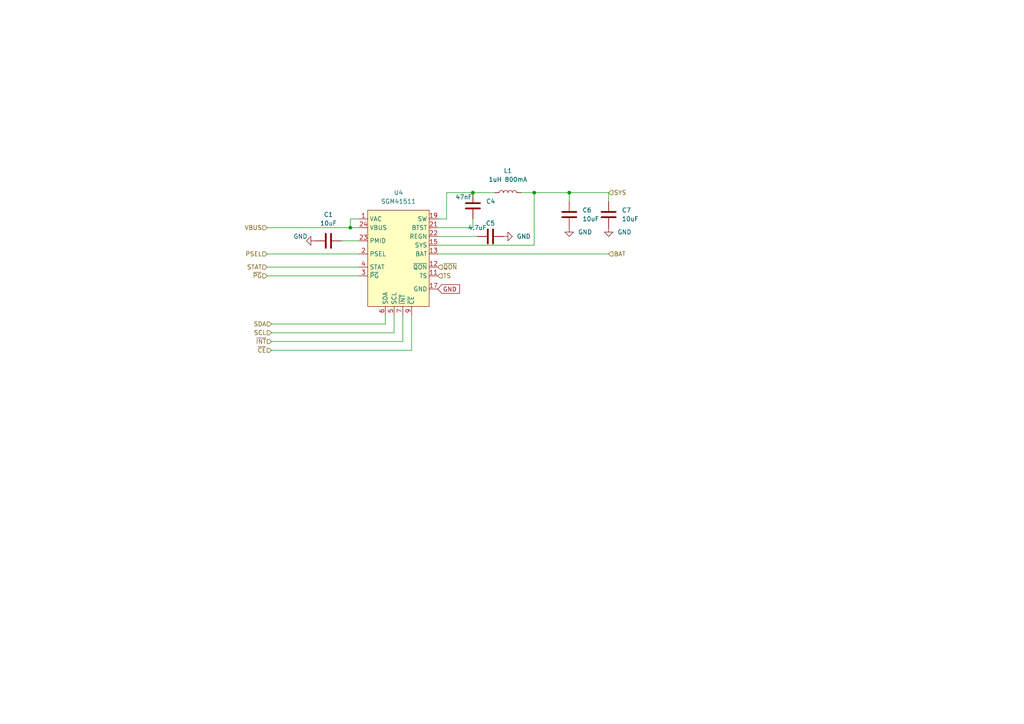
<source format=kicad_sch>
(kicad_sch (version 20230121) (generator eeschema)
  (paper "A4")
  (lib_symbols
    (symbol "Battery_Management:SGM41511"
      (property "Reference" "U" (at 0 17.78 0))
      (property "Value" "SGM41511" (at 0 15.24 0))
      (symbol "SGM41511_0_1"
        (rectangle (start -8.89 13.97) (end 8.89 -13.97) (fill (type background)))
      )
      (symbol "SGM41511_1_1"
        (pin input line (at -11.43 11.43 0) (length 2.54) (name "VAC") (number "1"))
        (pin input line (at 11.43 -5.08 180) (length 2.54) (name "TS") (number "11"))
        (pin input line (at 11.43 -2.54 180) (length 2.54) (name "~{QON}") (number "12"))
        (pin input line (at 11.43 1.27 180) (length 2.54) (name "BAT") (number "13"))
        (pin passive line (at 11.43 1.27 180) (length 2.54) hide (name "BAT") (number "14"))
        (pin input line (at 11.43 3.81 180) (length 2.54) (name "SYS") (number "15"))
        (pin passive line (at 11.43 3.81 180) (length 2.54) hide (name "SYS") (number "16"))
        (pin input line (at 11.43 -8.89 180) (length 2.54) (name "GND") (number "17"))
        (pin passive line (at 11.43 -8.89 180) (length 2.54) hide (name "GND") (number "18"))
        (pin input line (at 11.43 11.43 180) (length 2.54) (name "SW") (number "19"))
        (pin input line (at -11.43 1.27 0) (length 2.54) (name "PSEL") (number "2"))
        (pin passive line (at 11.43 11.43 180) (length 2.54) hide (name "SW") (number "20"))
        (pin input line (at 11.43 8.89 180) (length 2.54) (name "BTST") (number "21"))
        (pin input line (at 11.43 6.35 180) (length 2.54) (name "REGN") (number "22"))
        (pin input line (at -11.43 5.08 0) (length 2.54) (name "PMID") (number "23"))
        (pin power_in line (at -11.43 8.89 0) (length 2.54) (name "VBUS") (number "24"))
        (pin passive line (at 11.43 -8.89 180) (length 2.54) hide (name "GND") (number "25"))
        (pin input line (at -11.43 -5.08 0) (length 2.54) (name "~{PG}") (number "3"))
        (pin input line (at -11.43 -2.54 0) (length 2.54) (name "STAT") (number "4"))
        (pin input line (at -1.27 -16.51 90) (length 2.54) (name "SCL") (number "5"))
        (pin input line (at -3.81 -16.51 90) (length 2.54) (name "SDA") (number "6"))
        (pin input line (at 1.27 -16.51 90) (length 2.54) (name "~{INT}") (number "7"))
        (pin input line (at 3.81 -16.51 90) (length 2.54) (name "~{CE}") (number "9"))
      )
    )
    (symbol "Device:C" (pin_numbers hide) (pin_names (offset 0.254))
      (property "Reference" "C" (at 0.635 2.54 0))
      (property "Value" "C" (at 0.635 -2.54 0))
      (symbol "C_0_1"
        (polyline (pts (xy -2.032 -0.762) (xy 2.032 -0.762)) (stroke (width 0.508)))
        (polyline (pts (xy -2.032 0.762) (xy 2.032 0.762)) (stroke (width 0.508)))
      )
      (symbol "C_1_1"
        (pin passive line (at 0 3.81 270) (length 2.794) (name "~") (number "1"))
        (pin passive line (at 0 -3.81 90) (length 2.794) (name "~") (number "2"))
      )
    )
    (symbol "Device:L" (pin_numbers hide) (pin_names (offset 1.016) hide)
      (property "Reference" "L" (at -1.27 0 90))
      (property "Value" "L" (at 1.905 0 90))
      (symbol "L_0_1"
        (arc (start 0 -2.54) (mid 0.6323 -1.905) (end 0 -1.27))
        (arc (start 0 -1.27) (mid 0.6323 -0.635) (end 0 0))
        (arc (start 0 0) (mid 0.6323 0.635) (end 0 1.27))
        (arc (start 0 1.27) (mid 0.6323 1.905) (end 0 2.54))
      )
      (symbol "L_1_1"
        (pin passive line (at 0 3.81 270) (length 1.27) (name "1") (number "1"))
        (pin passive line (at 0 -3.81 90) (length 1.27) (name "2") (number "2"))
      )
    )
    (symbol "power:GND" (power) (pin_names (offset 0))
      (property "Value" "GND" (at 0 -3.81 0))
      (symbol "GND_0_1"
        (polyline (pts (xy 0 0) (xy 0 -1.27) (xy 1.27 -1.27) (xy 0 -2.54) (xy -1.27 -1.27) (xy 0 -1.27)))
      )
      (symbol "GND_1_1"
        (pin power_in line (at 0 0 270) (length 0) hide (name "GND") (number "1"))
      )
    )
  )
  (junction (at 101.6 66.04))
  (junction (at 154.94 55.88))
  (junction (at 137.16 55.88))
  (junction (at 165.1 55.88))
  (wire (pts (xy 77.47 66.04) (xy 101.6 66.04)))
  (wire (pts (xy 78.74 93.98) (xy 111.76 93.98)))
  (wire (pts (xy 127 71.12) (xy 154.94 71.12)))
  (wire (pts (xy 154.94 55.88) (xy 151.13 55.88)))
  (wire (pts (xy 101.6 63.5) (xy 101.6 66.04)))
  (wire (pts (xy 165.1 58.42) (xy 165.1 55.88)))
  (wire (pts (xy 77.47 80.01) (xy 104.14 80.01)))
  (wire (pts (xy 101.6 66.04) (xy 104.14 66.04)))
  (wire (pts (xy 154.94 71.12) (xy 154.94 55.88)))
  (wire (pts (xy 127 73.66) (xy 176.53 73.66)))
  (wire (pts (xy 176.53 58.42) (xy 176.53 55.88)))
  (wire (pts (xy 116.84 99.06) (xy 116.84 91.44)))
  (wire (pts (xy 137.16 55.88) (xy 143.51 55.88)))
  (wire (pts (xy 129.54 55.88) (xy 137.16 55.88)))
  (wire (pts (xy 137.16 66.04) (xy 137.16 63.5)))
  (wire (pts (xy 77.47 77.47) (xy 104.14 77.47)))
  (wire (pts (xy 127 68.58) (xy 138.43 68.58)))
  (wire (pts (xy 119.38 101.6) (xy 78.74 101.6)))
  (wire (pts (xy 127 63.5) (xy 129.54 63.5)))
  (wire (pts (xy 77.47 73.66) (xy 104.14 73.66)))
  (wire (pts (xy 78.74 99.06) (xy 116.84 99.06)))
  (wire (pts (xy 104.14 63.5) (xy 101.6 63.5)))
  (wire (pts (xy 176.53 55.88) (xy 165.1 55.88)))
  (wire (pts (xy 127 66.04) (xy 137.16 66.04)))
  (wire (pts (xy 111.76 93.98) (xy 111.76 91.44)))
  (wire (pts (xy 165.1 55.88) (xy 154.94 55.88)))
  (wire (pts (xy 119.38 91.44) (xy 119.38 101.6)))
  (wire (pts (xy 129.54 63.5) (xy 129.54 55.88)))
  (wire (pts (xy 99.06 69.85) (xy 104.14 69.85)))
  (wire (pts (xy 114.3 96.52) (xy 78.74 96.52)))
  (wire (pts (xy 114.3 91.44) (xy 114.3 96.52)))
  (global_label "GND" (shape input) (at 127 83.82 0) (property "Intersheetrefs" "${INTERSHEET_REFS}" (effects hide)))
  (hierarchical_label "~{PG}" (shape input) (at 77.47 80.01 180))
  (hierarchical_label "SDA" (shape input) (at 78.74 93.98 180))
  (hierarchical_label "TS" (shape input) (at 127 80.01 0))
  (hierarchical_label "VBUS" (shape input) (at 77.47 66.04 180))
  (hierarchical_label "SYS" (shape input) (at 176.53 55.88 0))
  (hierarchical_label "~{INT}" (shape input) (at 78.74 99.06 180))
  (hierarchical_label "BAT" (shape input) (at 176.53 73.66 0))
  (hierarchical_label "SCL" (shape input) (at 78.74 96.52 180))
  (hierarchical_label "STAT" (shape input) (at 77.47 77.47 180))
  (hierarchical_label "~{CE}" (shape input) (at 78.74 101.6 180))
  (hierarchical_label "~{QON}" (shape input) (at 127 77.47 0))
  (hierarchical_label "PSEL" (shape input) (at 77.47 73.66 180))
  (symbol (lib_id "Device:C") (at 137.16 59.69 0) (unit 1)
    (property "Reference" "C4" (at 140.97 58.4199 0) (effects (justify left)))
    (property "Value" "47nF" (at 132.08 57.15 0) (effects (justify left)))
    (property "Footprint" "Capacitor_SMD:C_0402_1005Metric" (effects hide))
  )
  (symbol (lib_id "Battery_Management:SGM41511") (at 115.57 74.93 0) (unit 1)
    (property "Reference" "U4" (at 115.57 55.88 0))
    (property "Value" "SGM41511" (at 115.57 58.42 0))
    (property "Footprint" "Package_DFN_QFN:QFN-24-1EP_4x4mm_P0.5mm_EP2.7x2.7mm" (effects hide))
  )
  (symbol (lib_id "Device:L") (at 147.32 55.88 90) (unit 1)
    (property "Reference" "L1" (at 147.32 49.53 90))
    (property "Value" "1uH 800mA" (at 147.32 52.07 90))
    (property "Footprint" "Inductor_SMD:L_0805_2012Metric" (effects hide))
  )
  (symbol (lib_id "power:GND") (at 146.05 68.58 90) (unit 1)
    (property "Reference" "#PWR011" (effects hide))
    (property "Value" "GND" (at 149.86 68.5799 90) (effects (justify right)))
  )
  (symbol (lib_id "Device:C") (at 142.24 68.58 90) (unit 1)
    (property "Reference" "C5" (at 142.24 64.77 90))
    (property "Value" "4.7uF" (at 138.43 66.04 90))
    (property "Footprint" "Capacitor_SMD:C_0402_1005Metric" (effects hide))
  )
  (symbol (lib_id "Device:C") (at 165.1 62.23 0) (unit 1)
    (property "Reference" "C6" (at 168.91 60.9599 0) (effects (justify left)))
    (property "Value" "10uF" (at 168.91 63.4999 0) (effects (justify left)))
    (property "Footprint" "Capacitor_SMD:C_0402_1005Metric" (effects hide))
  )
  (symbol (lib_id "power:GND") (at 165.1 66.04 0) (unit 1)
    (property "Reference" "#PWR012" (effects hide))
    (property "Value" "GND" (at 167.64 67.3099 0) (effects (justify left)))
  )
  (symbol (lib_id "Device:C") (at 176.53 62.23 0) (unit 1)
    (property "Reference" "C7" (at 180.34 60.9599 0) (effects (justify left)))
    (property "Value" "10uF" (at 180.34 63.4999 0) (effects (justify left)))
    (property "Footprint" "Capacitor_SMD:C_0402_1005Metric" (effects hide))
  )
  (symbol (lib_id "Device:C") (at 95.25 69.85 90) (unit 1)
    (property "Reference" "C1" (at 95.25 62.23 90))
    (property "Value" "10uF" (at 95.25 64.77 90))
    (property "Footprint" "Capacitor_SMD:C_0402_1005Metric" (effects hide))
  )
  (symbol (lib_id "power:GND") (at 91.44 69.85 270) (unit 1)
    (property "Reference" "#PWR0107" (effects hide))
    (property "Value" "GND" (at 85.0946 68.58 90) (effects (justify left)))
  )
  (symbol (lib_id "power:GND") (at 176.53 66.04 0) (unit 1)
    (property "Reference" "#PWR013" (effects hide))
    (property "Value" "GND" (at 179.07 67.3099 0) (effects (justify left)))
  )
)
</source>
